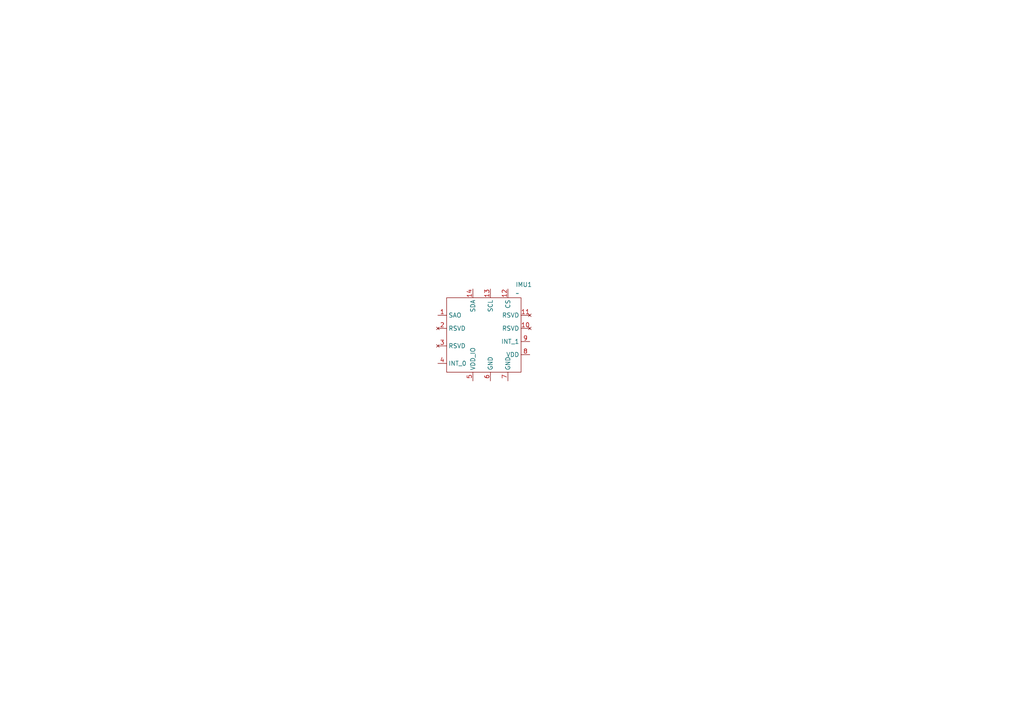
<source format=kicad_sch>
(kicad_sch (version 20231120) (generator "eeschema") (generator_version "8.0")
  (paper "A4")
  (lib_symbols
    (symbol "IMU Library:WSEN_IMU"
      (property "Reference" "IMU" (at -16.764 12.192 0))
      (symbol "WSEN_IMU_0_1"
        (rectangle (start -16.51 10.16) (end 5.08 -11.43))
      )
      (symbol "WSEN_IMU_1_1"
        (pin input line (at -19.05 5.08 0) (length 2.54) (name "SAO") (number "1"))
        (pin no_connect line (at 7.62 1.27 180) (length 2.54) (name "RSVD") (number "10"))
        (pin no_connect line (at 7.62 5.08 180) (length 2.54) (name "RSVD") (number "11"))
        (pin input line (at 1.27 12.7 270) (length 2.54) (name "CS") (number "12"))
        (pin input line (at -3.81 12.7 270) (length 2.54) (name "SCL") (number "13"))
        (pin bidirectional line (at -8.89 12.7 270) (length 2.54) (name "SDA") (number "14"))
        (pin no_connect line (at -19.05 1.27 0) (length 2.54) (name "RSVD") (number "2"))
        (pin no_connect line (at -19.05 -3.81 0) (length 2.54) (name "RSVD") (number "3"))
        (pin output line (at -19.05 -8.89 0) (length 2.54) (name "INT_0") (number "4"))
        (pin input line (at -8.89 -13.97 90) (length 2.54) (name "VDD_IO") (number "5"))
        (pin input line (at -3.81 -13.97 90) (length 2.54) (name "GND") (number "6"))
        (pin input line (at 1.27 -13.97 90) (length 2.54) (name "GND") (number "7"))
        (pin input line (at 7.62 -6.35 180) (length 2.54) (name "VDD") (number "8"))
        (pin output line (at 7.62 -2.54 180) (length 2.54) (name "INT_1") (number "9"))
      )
    )
  )
  (symbol (lib_id "IMU Library:WSEN_IMU") (at 146.05 96.52 0) (unit 1)
    (property "Reference" "IMU1" (at 149.5141 82.55 0) (effects (justify left)))
    (property "Value" "~" (at 149.5141 85.09 0) (effects (justify left)))
  )
)
</source>
